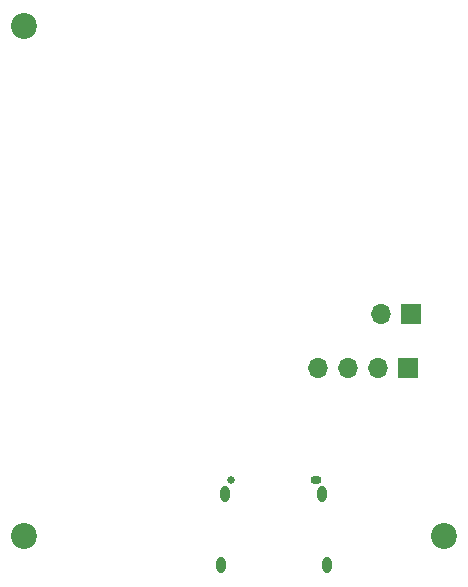
<source format=gbs>
G04 #@! TF.GenerationSoftware,KiCad,Pcbnew,(5.0.0)*
G04 #@! TF.CreationDate,2018-10-04T02:53:50+10:00*
G04 #@! TF.ProjectId,usbPdTo180vdc,7573625064546F3138307664632E6B69,1*
G04 #@! TF.SameCoordinates,Original*
G04 #@! TF.FileFunction,Soldermask,Bot*
G04 #@! TF.FilePolarity,Negative*
%FSLAX46Y46*%
G04 Gerber Fmt 4.6, Leading zero omitted, Abs format (unit mm)*
G04 Created by KiCad (PCBNEW (5.0.0)) date 10/04/18 02:53:50*
%MOMM*%
%LPD*%
G01*
G04 APERTURE LIST*
%ADD10C,0.650000*%
%ADD11O,0.950000X0.650000*%
%ADD12O,0.800000X1.400000*%
%ADD13R,1.700000X1.700000*%
%ADD14O,1.700000X1.700000*%
%ADD15C,2.200000*%
G04 APERTURE END LIST*
D10*
G04 #@! TO.C,J1*
X133092091Y-110769573D03*
D11*
X140292091Y-110769573D03*
D12*
X132202091Y-117969573D03*
X141182091Y-117969573D03*
X140822091Y-112019573D03*
X132562091Y-112019573D03*
G04 #@! TD*
D13*
G04 #@! TO.C,J4*
X148082000Y-101346000D03*
D14*
X145542000Y-101346000D03*
X143002000Y-101346000D03*
X140462000Y-101346000D03*
G04 #@! TD*
D13*
G04 #@! TO.C,J2*
X148336000Y-96774000D03*
D14*
X145796000Y-96774000D03*
G04 #@! TD*
D15*
G04 #@! TO.C,REF\002A\002A*
X151130000Y-115570000D03*
G04 #@! TD*
G04 #@! TO.C,REF\002A\002A*
X115570000Y-115570000D03*
G04 #@! TD*
G04 #@! TO.C,REF\002A\002A*
X115570000Y-72390000D03*
G04 #@! TD*
M02*

</source>
